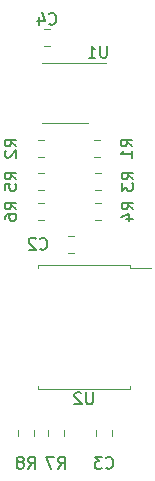
<source format=gbr>
G04 #@! TF.GenerationSoftware,KiCad,Pcbnew,(5.1.5)-3*
G04 #@! TF.CreationDate,2020-12-04T11:48:41+08:00*
G04 #@! TF.ProjectId,Clock PCB,436c6f63-6b20-4504-9342-2e6b69636164,rev?*
G04 #@! TF.SameCoordinates,Original*
G04 #@! TF.FileFunction,Legend,Bot*
G04 #@! TF.FilePolarity,Positive*
%FSLAX46Y46*%
G04 Gerber Fmt 4.6, Leading zero omitted, Abs format (unit mm)*
G04 Created by KiCad (PCBNEW (5.1.5)-3) date 2020-12-04 11:48:41*
%MOMM*%
%LPD*%
G04 APERTURE LIST*
%ADD10C,0.120000*%
%ADD11C,0.150000*%
G04 APERTURE END LIST*
D10*
X173482000Y-76307000D02*
X176932000Y-76307000D01*
X173482000Y-76307000D02*
X171532000Y-76307000D01*
X173482000Y-81427000D02*
X175432000Y-81427000D01*
X173482000Y-81427000D02*
X171532000Y-81427000D01*
X178944000Y-93674000D02*
X180759000Y-93674000D01*
X178944000Y-93419000D02*
X178944000Y-93674000D01*
X175084000Y-93419000D02*
X178944000Y-93419000D01*
X171224000Y-93419000D02*
X171224000Y-93674000D01*
X175084000Y-93419000D02*
X171224000Y-93419000D01*
X178944000Y-103939000D02*
X178944000Y-103684000D01*
X175084000Y-103939000D02*
X178944000Y-103939000D01*
X171224000Y-103939000D02*
X171224000Y-103684000D01*
X175084000Y-103939000D02*
X171224000Y-103939000D01*
X169470000Y-107954578D02*
X169470000Y-107437422D01*
X170890000Y-107954578D02*
X170890000Y-107437422D01*
X173430000Y-107437422D02*
X173430000Y-107954578D01*
X172010000Y-107437422D02*
X172010000Y-107954578D01*
X176017422Y-85650000D02*
X176534578Y-85650000D01*
X176017422Y-87070000D02*
X176534578Y-87070000D01*
X176017422Y-88190000D02*
X176534578Y-88190000D01*
X176017422Y-89610000D02*
X176534578Y-89610000D01*
X171191422Y-82856000D02*
X171708578Y-82856000D01*
X171191422Y-84276000D02*
X171708578Y-84276000D01*
X176456078Y-84276000D02*
X175938922Y-84276000D01*
X176456078Y-82856000D02*
X175938922Y-82856000D01*
X171708578Y-89610000D02*
X171191422Y-89610000D01*
X171708578Y-88190000D02*
X171191422Y-88190000D01*
X171708578Y-87070000D02*
X171191422Y-87070000D01*
X171708578Y-85650000D02*
X171191422Y-85650000D01*
X176074000Y-107954578D02*
X176074000Y-107437422D01*
X177494000Y-107954578D02*
X177494000Y-107437422D01*
X174248578Y-92404000D02*
X173731422Y-92404000D01*
X174248578Y-90984000D02*
X173731422Y-90984000D01*
X172216578Y-74878000D02*
X171699422Y-74878000D01*
X172216578Y-73458000D02*
X171699422Y-73458000D01*
D11*
X177037904Y-74890380D02*
X177037904Y-75699904D01*
X176990285Y-75795142D01*
X176942666Y-75842761D01*
X176847428Y-75890380D01*
X176656952Y-75890380D01*
X176561714Y-75842761D01*
X176514095Y-75795142D01*
X176466476Y-75699904D01*
X176466476Y-74890380D01*
X175466476Y-75890380D02*
X176037904Y-75890380D01*
X175752190Y-75890380D02*
X175752190Y-74890380D01*
X175847428Y-75033238D01*
X175942666Y-75128476D01*
X176037904Y-75176095D01*
X175845904Y-104227380D02*
X175845904Y-105036904D01*
X175798285Y-105132142D01*
X175750666Y-105179761D01*
X175655428Y-105227380D01*
X175464952Y-105227380D01*
X175369714Y-105179761D01*
X175322095Y-105132142D01*
X175274476Y-105036904D01*
X175274476Y-104227380D01*
X174845904Y-104322619D02*
X174798285Y-104275000D01*
X174703047Y-104227380D01*
X174464952Y-104227380D01*
X174369714Y-104275000D01*
X174322095Y-104322619D01*
X174274476Y-104417857D01*
X174274476Y-104513095D01*
X174322095Y-104655952D01*
X174893523Y-105227380D01*
X174274476Y-105227380D01*
X170346666Y-110688380D02*
X170680000Y-110212190D01*
X170918095Y-110688380D02*
X170918095Y-109688380D01*
X170537142Y-109688380D01*
X170441904Y-109736000D01*
X170394285Y-109783619D01*
X170346666Y-109878857D01*
X170346666Y-110021714D01*
X170394285Y-110116952D01*
X170441904Y-110164571D01*
X170537142Y-110212190D01*
X170918095Y-110212190D01*
X169775238Y-110116952D02*
X169870476Y-110069333D01*
X169918095Y-110021714D01*
X169965714Y-109926476D01*
X169965714Y-109878857D01*
X169918095Y-109783619D01*
X169870476Y-109736000D01*
X169775238Y-109688380D01*
X169584761Y-109688380D01*
X169489523Y-109736000D01*
X169441904Y-109783619D01*
X169394285Y-109878857D01*
X169394285Y-109926476D01*
X169441904Y-110021714D01*
X169489523Y-110069333D01*
X169584761Y-110116952D01*
X169775238Y-110116952D01*
X169870476Y-110164571D01*
X169918095Y-110212190D01*
X169965714Y-110307428D01*
X169965714Y-110497904D01*
X169918095Y-110593142D01*
X169870476Y-110640761D01*
X169775238Y-110688380D01*
X169584761Y-110688380D01*
X169489523Y-110640761D01*
X169441904Y-110593142D01*
X169394285Y-110497904D01*
X169394285Y-110307428D01*
X169441904Y-110212190D01*
X169489523Y-110164571D01*
X169584761Y-110116952D01*
X172886666Y-110688380D02*
X173220000Y-110212190D01*
X173458095Y-110688380D02*
X173458095Y-109688380D01*
X173077142Y-109688380D01*
X172981904Y-109736000D01*
X172934285Y-109783619D01*
X172886666Y-109878857D01*
X172886666Y-110021714D01*
X172934285Y-110116952D01*
X172981904Y-110164571D01*
X173077142Y-110212190D01*
X173458095Y-110212190D01*
X172553333Y-109688380D02*
X171886666Y-109688380D01*
X172315238Y-110688380D01*
X179268380Y-86193333D02*
X178792190Y-85860000D01*
X179268380Y-85621904D02*
X178268380Y-85621904D01*
X178268380Y-86002857D01*
X178316000Y-86098095D01*
X178363619Y-86145714D01*
X178458857Y-86193333D01*
X178601714Y-86193333D01*
X178696952Y-86145714D01*
X178744571Y-86098095D01*
X178792190Y-86002857D01*
X178792190Y-85621904D01*
X178268380Y-86526666D02*
X178268380Y-87145714D01*
X178649333Y-86812380D01*
X178649333Y-86955238D01*
X178696952Y-87050476D01*
X178744571Y-87098095D01*
X178839809Y-87145714D01*
X179077904Y-87145714D01*
X179173142Y-87098095D01*
X179220761Y-87050476D01*
X179268380Y-86955238D01*
X179268380Y-86669523D01*
X179220761Y-86574285D01*
X179173142Y-86526666D01*
X179268380Y-88733333D02*
X178792190Y-88400000D01*
X179268380Y-88161904D02*
X178268380Y-88161904D01*
X178268380Y-88542857D01*
X178316000Y-88638095D01*
X178363619Y-88685714D01*
X178458857Y-88733333D01*
X178601714Y-88733333D01*
X178696952Y-88685714D01*
X178744571Y-88638095D01*
X178792190Y-88542857D01*
X178792190Y-88161904D01*
X178601714Y-89590476D02*
X179268380Y-89590476D01*
X178220761Y-89352380D02*
X178935047Y-89114285D01*
X178935047Y-89733333D01*
X169362380Y-83399333D02*
X168886190Y-83066000D01*
X169362380Y-82827904D02*
X168362380Y-82827904D01*
X168362380Y-83208857D01*
X168410000Y-83304095D01*
X168457619Y-83351714D01*
X168552857Y-83399333D01*
X168695714Y-83399333D01*
X168790952Y-83351714D01*
X168838571Y-83304095D01*
X168886190Y-83208857D01*
X168886190Y-82827904D01*
X168457619Y-83780285D02*
X168410000Y-83827904D01*
X168362380Y-83923142D01*
X168362380Y-84161238D01*
X168410000Y-84256476D01*
X168457619Y-84304095D01*
X168552857Y-84351714D01*
X168648095Y-84351714D01*
X168790952Y-84304095D01*
X169362380Y-83732666D01*
X169362380Y-84351714D01*
X179189880Y-83399333D02*
X178713690Y-83066000D01*
X179189880Y-82827904D02*
X178189880Y-82827904D01*
X178189880Y-83208857D01*
X178237500Y-83304095D01*
X178285119Y-83351714D01*
X178380357Y-83399333D01*
X178523214Y-83399333D01*
X178618452Y-83351714D01*
X178666071Y-83304095D01*
X178713690Y-83208857D01*
X178713690Y-82827904D01*
X179189880Y-84351714D02*
X179189880Y-83780285D01*
X179189880Y-84066000D02*
X178189880Y-84066000D01*
X178332738Y-83970761D01*
X178427976Y-83875523D01*
X178475595Y-83780285D01*
X169362380Y-88733333D02*
X168886190Y-88400000D01*
X169362380Y-88161904D02*
X168362380Y-88161904D01*
X168362380Y-88542857D01*
X168410000Y-88638095D01*
X168457619Y-88685714D01*
X168552857Y-88733333D01*
X168695714Y-88733333D01*
X168790952Y-88685714D01*
X168838571Y-88638095D01*
X168886190Y-88542857D01*
X168886190Y-88161904D01*
X168362380Y-89590476D02*
X168362380Y-89400000D01*
X168410000Y-89304761D01*
X168457619Y-89257142D01*
X168600476Y-89161904D01*
X168790952Y-89114285D01*
X169171904Y-89114285D01*
X169267142Y-89161904D01*
X169314761Y-89209523D01*
X169362380Y-89304761D01*
X169362380Y-89495238D01*
X169314761Y-89590476D01*
X169267142Y-89638095D01*
X169171904Y-89685714D01*
X168933809Y-89685714D01*
X168838571Y-89638095D01*
X168790952Y-89590476D01*
X168743333Y-89495238D01*
X168743333Y-89304761D01*
X168790952Y-89209523D01*
X168838571Y-89161904D01*
X168933809Y-89114285D01*
X169362380Y-86193333D02*
X168886190Y-85860000D01*
X169362380Y-85621904D02*
X168362380Y-85621904D01*
X168362380Y-86002857D01*
X168410000Y-86098095D01*
X168457619Y-86145714D01*
X168552857Y-86193333D01*
X168695714Y-86193333D01*
X168790952Y-86145714D01*
X168838571Y-86098095D01*
X168886190Y-86002857D01*
X168886190Y-85621904D01*
X168362380Y-87098095D02*
X168362380Y-86621904D01*
X168838571Y-86574285D01*
X168790952Y-86621904D01*
X168743333Y-86717142D01*
X168743333Y-86955238D01*
X168790952Y-87050476D01*
X168838571Y-87098095D01*
X168933809Y-87145714D01*
X169171904Y-87145714D01*
X169267142Y-87098095D01*
X169314761Y-87050476D01*
X169362380Y-86955238D01*
X169362380Y-86717142D01*
X169314761Y-86621904D01*
X169267142Y-86574285D01*
X176950666Y-110593142D02*
X176998285Y-110640761D01*
X177141142Y-110688380D01*
X177236380Y-110688380D01*
X177379238Y-110640761D01*
X177474476Y-110545523D01*
X177522095Y-110450285D01*
X177569714Y-110259809D01*
X177569714Y-110116952D01*
X177522095Y-109926476D01*
X177474476Y-109831238D01*
X177379238Y-109736000D01*
X177236380Y-109688380D01*
X177141142Y-109688380D01*
X176998285Y-109736000D01*
X176950666Y-109783619D01*
X176617333Y-109688380D02*
X175998285Y-109688380D01*
X176331619Y-110069333D01*
X176188761Y-110069333D01*
X176093523Y-110116952D01*
X176045904Y-110164571D01*
X175998285Y-110259809D01*
X175998285Y-110497904D01*
X176045904Y-110593142D01*
X176093523Y-110640761D01*
X176188761Y-110688380D01*
X176474476Y-110688380D01*
X176569714Y-110640761D01*
X176617333Y-110593142D01*
X171362666Y-92051142D02*
X171410285Y-92098761D01*
X171553142Y-92146380D01*
X171648380Y-92146380D01*
X171791238Y-92098761D01*
X171886476Y-92003523D01*
X171934095Y-91908285D01*
X171981714Y-91717809D01*
X171981714Y-91574952D01*
X171934095Y-91384476D01*
X171886476Y-91289238D01*
X171791238Y-91194000D01*
X171648380Y-91146380D01*
X171553142Y-91146380D01*
X171410285Y-91194000D01*
X171362666Y-91241619D01*
X170981714Y-91241619D02*
X170934095Y-91194000D01*
X170838857Y-91146380D01*
X170600761Y-91146380D01*
X170505523Y-91194000D01*
X170457904Y-91241619D01*
X170410285Y-91336857D01*
X170410285Y-91432095D01*
X170457904Y-91574952D01*
X171029333Y-92146380D01*
X170410285Y-92146380D01*
X172124666Y-73001142D02*
X172172285Y-73048761D01*
X172315142Y-73096380D01*
X172410380Y-73096380D01*
X172553238Y-73048761D01*
X172648476Y-72953523D01*
X172696095Y-72858285D01*
X172743714Y-72667809D01*
X172743714Y-72524952D01*
X172696095Y-72334476D01*
X172648476Y-72239238D01*
X172553238Y-72144000D01*
X172410380Y-72096380D01*
X172315142Y-72096380D01*
X172172285Y-72144000D01*
X172124666Y-72191619D01*
X171267523Y-72429714D02*
X171267523Y-73096380D01*
X171505619Y-72048761D02*
X171743714Y-72763047D01*
X171124666Y-72763047D01*
M02*

</source>
